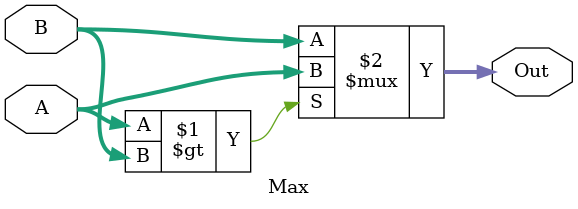
<source format=v>
module Max(A,B,Out);
input [3:0] A,B;
output [3:0] Out;
assign Out = (A>B)? A : B;
endmodule

</source>
